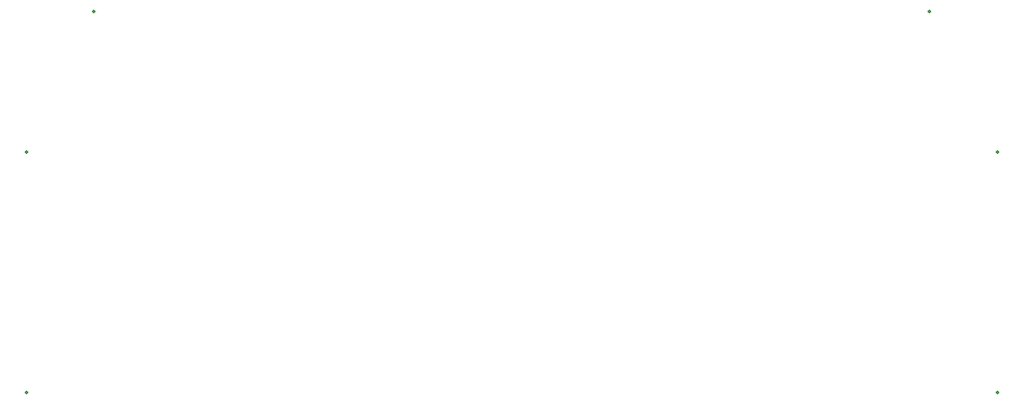
<source format=gbr>
%TF.GenerationSoftware,KiCad,Pcbnew,(5.1.9-0-10_14)*%
%TF.CreationDate,2021-08-23T19:50:34+08:00*%
%TF.ProjectId,KNOB_PANEL,4b4e4f42-5f50-4414-9e45-4c2e6b696361,V1.0*%
%TF.SameCoordinates,Original*%
%TF.FileFunction,Copper,L2,Bot*%
%TF.FilePolarity,Positive*%
%FSLAX46Y46*%
G04 Gerber Fmt 4.6, Leading zero omitted, Abs format (unit mm)*
G04 Created by KiCad (PCBNEW (5.1.9-0-10_14)) date 2021-08-23 19:50:34*
%MOMM*%
%LPD*%
G01*
G04 APERTURE LIST*
%ADD10C,0.350000*%
G04 APERTURE END LIST*
D10*
X196500000Y-96500000D03*
X196500000Y-73500000D03*
X103500000Y-96500000D03*
X103500000Y-73500000D03*
X190000000Y-60000000D03*
X110000000Y-60000000D03*
M02*

</source>
